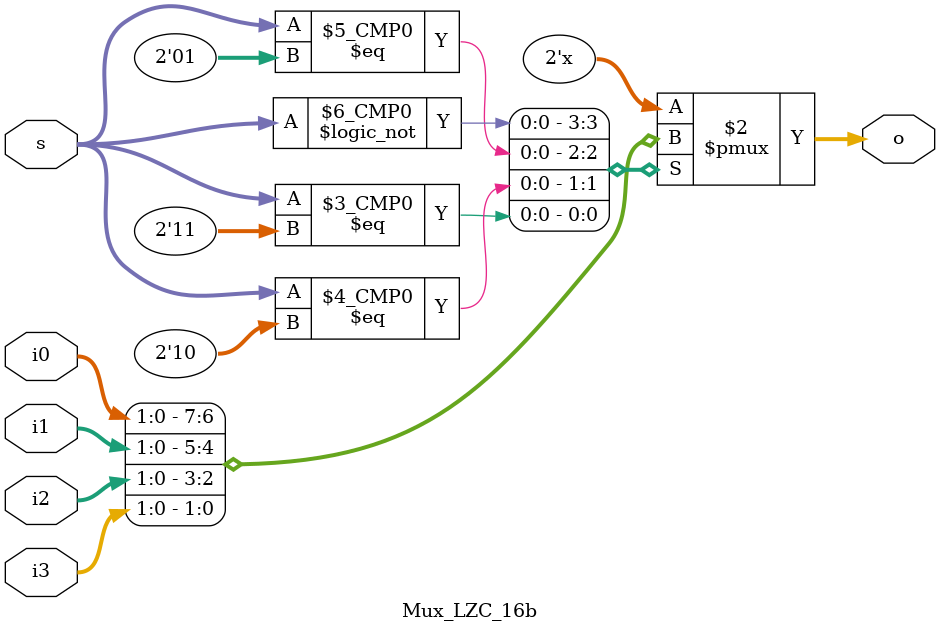
<source format=v>

module LeadingZeroCounter_16b(
    input  wire [15:0] x,
    output wire [3:0] count,
    output wire Q
    );

wire [3:0] auxa;
wire [7:0] auxz;
wire [1:0] auxcount;

genvar k;
generate
  for (k=0; k < 4; k=k+1)
  begin: NLC_generation
     NLC_16b NLC (.x(x[15-4*k : 12-4*k]),
              .a(auxa[k]),
              .z(auxz[2*k+1 : 2*k])
              );
  end
endgenerate

BNE_16b BNEncoder (.a(auxa), 
               .Q(Q),
               .y(auxcount[1 : 0]));

assign count[3 : 2] = auxcount;

Mux_LZC_16b Mux (.i0(auxz[1:0]), 
             .i1(auxz[3:2]), 
             .i2(auxz[5:4]), 
             .i3(auxz[7:6]), 
             .s(auxcount),
             .o(count[1 : 0])
             );

endmodule


module BNE_16b(
    input  wire [3:0] a,    
    output  wire  Q,    
    output  wire [1:0] y    
    );


 assign Q = a[0] & a[1] & a[2] & a[3];
 assign y[1] = a[0] & a[1];
 assign y[0] = a[0] & (!a[1] | a[2] );
endmodule

module NLC_16b (
    input  wire [3:0] x,    // Dedicated inputs 
    output  wire  a,    // Dedicated inputs 
    output  wire [1:0] z    // Dedicated inputs 
    );

wire aprimo,z1,z0,aux1;
assign aprimo = x[3] | x[2] | x[1] | x[0];
assign a = ! aprimo;
assign z1 = x[3] | x[2];
assign z[1] = ! z1; 
assign z0 = aux1 | x[3];
assign aux1 = x[1] & ! (x[2]);
assign z[0] = ! z0;

endmodule 

module Mux_LZC_16b(
    input wire [1:0] i0 ,
    input wire [1:0] i1  ,
    input wire [1:0] i2  ,
    input wire [1:0] i3  ,
    input wire [1:0]  s  ,
    output reg [1:0] o  
    );

always @(*)
  case (s)
     2'b00: o = i0;
     2'b01: o = i1;
     2'b10: o = i2;
     2'b11: o = i3;

  endcase
      
endmodule

</source>
